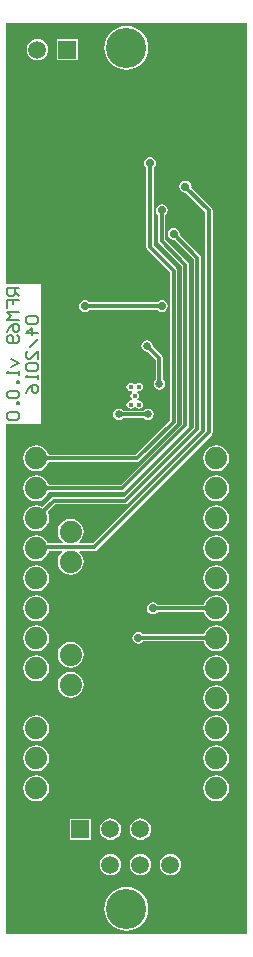
<source format=gbl>
G04 Layer_Physical_Order=2*
G04 Layer_Color=255*
%FSLAX24Y24*%
%MOIN*%
G70*
G01*
G75*
%ADD22C,0.0118*%
%ADD25C,0.0059*%
%ADD26C,0.0740*%
%ADD27R,0.0591X0.0591*%
%ADD28C,0.0591*%
%ADD29C,0.1339*%
%ADD30C,0.0157*%
%ADD31C,0.0276*%
%ADD32C,0.0256*%
G36*
X8146Y121D02*
X121D01*
X121Y17120D01*
X1296D01*
Y21792D01*
X121D01*
X121Y30509D01*
X8146D01*
Y121D01*
D02*
G37*
%LPC*%
G36*
X7126Y7418D02*
X7014Y7403D01*
X6909Y7360D01*
X6819Y7291D01*
X6750Y7201D01*
X6707Y7096D01*
X6692Y6984D01*
X6707Y6872D01*
X6750Y6767D01*
X6819Y6678D01*
X6909Y6609D01*
X7014Y6565D01*
X7126Y6551D01*
X7238Y6565D01*
X7343Y6609D01*
X7433Y6678D01*
X7502Y6767D01*
X7545Y6872D01*
X7560Y6984D01*
X7545Y7096D01*
X7502Y7201D01*
X7433Y7291D01*
X7343Y7360D01*
X7238Y7403D01*
X7126Y7418D01*
D02*
G37*
G36*
Y8418D02*
X7014Y8403D01*
X6909Y8360D01*
X6819Y8291D01*
X6750Y8201D01*
X6707Y8097D01*
X6692Y7984D01*
X6707Y7872D01*
X6750Y7767D01*
X6819Y7678D01*
X6909Y7609D01*
X7014Y7565D01*
X7126Y7551D01*
X7238Y7565D01*
X7343Y7609D01*
X7433Y7678D01*
X7502Y7767D01*
X7545Y7872D01*
X7560Y7984D01*
X7545Y8097D01*
X7502Y8201D01*
X7433Y8291D01*
X7343Y8360D01*
X7238Y8403D01*
X7126Y8418D01*
D02*
G37*
G36*
Y6418D02*
X7014Y6403D01*
X6909Y6360D01*
X6819Y6291D01*
X6750Y6201D01*
X6707Y6097D01*
X6692Y5984D01*
X6707Y5872D01*
X6750Y5767D01*
X6819Y5678D01*
X6909Y5609D01*
X7014Y5565D01*
X7126Y5551D01*
X7238Y5565D01*
X7343Y5609D01*
X7433Y5678D01*
X7502Y5767D01*
X7545Y5872D01*
X7560Y5984D01*
X7545Y6097D01*
X7502Y6201D01*
X7433Y6291D01*
X7343Y6360D01*
X7238Y6403D01*
X7126Y6418D01*
D02*
G37*
G36*
X1126Y7418D02*
X1014Y7403D01*
X909Y7360D01*
X819Y7291D01*
X750Y7201D01*
X707Y7096D01*
X692Y6984D01*
X707Y6872D01*
X750Y6767D01*
X819Y6678D01*
X909Y6609D01*
X1014Y6565D01*
X1126Y6551D01*
X1238Y6565D01*
X1343Y6609D01*
X1433Y6678D01*
X1502Y6767D01*
X1545Y6872D01*
X1560Y6984D01*
X1545Y7096D01*
X1502Y7201D01*
X1433Y7291D01*
X1343Y7360D01*
X1238Y7403D01*
X1126Y7418D01*
D02*
G37*
G36*
X2276Y8868D02*
X2164Y8853D01*
X2059Y8810D01*
X1969Y8741D01*
X1900Y8651D01*
X1857Y8547D01*
X1842Y8434D01*
X1857Y8322D01*
X1900Y8217D01*
X1969Y8128D01*
X2059Y8059D01*
X2164Y8015D01*
X2276Y8001D01*
X2388Y8015D01*
X2493Y8059D01*
X2583Y8128D01*
X2652Y8217D01*
X2695Y8322D01*
X2710Y8434D01*
X2695Y8547D01*
X2652Y8651D01*
X2583Y8741D01*
X2493Y8810D01*
X2388Y8853D01*
X2276Y8868D01*
D02*
G37*
G36*
Y9868D02*
X2164Y9853D01*
X2059Y9810D01*
X1969Y9741D01*
X1900Y9651D01*
X1857Y9546D01*
X1842Y9434D01*
X1857Y9322D01*
X1900Y9217D01*
X1969Y9128D01*
X2059Y9059D01*
X2164Y9015D01*
X2276Y9001D01*
X2388Y9015D01*
X2493Y9059D01*
X2583Y9128D01*
X2652Y9217D01*
X2695Y9322D01*
X2710Y9434D01*
X2695Y9546D01*
X2652Y9651D01*
X2583Y9741D01*
X2493Y9810D01*
X2388Y9853D01*
X2276Y9868D01*
D02*
G37*
G36*
X1126Y10418D02*
X1014Y10403D01*
X909Y10360D01*
X819Y10291D01*
X750Y10201D01*
X707Y10096D01*
X692Y9984D01*
X707Y9872D01*
X750Y9767D01*
X819Y9678D01*
X909Y9609D01*
X1014Y9565D01*
X1126Y9551D01*
X1238Y9565D01*
X1343Y9609D01*
X1433Y9678D01*
X1502Y9767D01*
X1545Y9872D01*
X1560Y9984D01*
X1545Y10096D01*
X1502Y10201D01*
X1433Y10291D01*
X1343Y10360D01*
X1238Y10403D01*
X1126Y10418D01*
D02*
G37*
G36*
Y9418D02*
X1014Y9403D01*
X909Y9360D01*
X819Y9291D01*
X750Y9201D01*
X707Y9097D01*
X692Y8984D01*
X707Y8872D01*
X750Y8767D01*
X819Y8678D01*
X909Y8609D01*
X1014Y8565D01*
X1126Y8551D01*
X1238Y8565D01*
X1343Y8609D01*
X1433Y8678D01*
X1502Y8767D01*
X1545Y8872D01*
X1560Y8984D01*
X1545Y9097D01*
X1502Y9201D01*
X1433Y9291D01*
X1343Y9360D01*
X1238Y9403D01*
X1126Y9418D01*
D02*
G37*
G36*
X7126D02*
X7014Y9403D01*
X6909Y9360D01*
X6819Y9291D01*
X6750Y9201D01*
X6707Y9097D01*
X6692Y8984D01*
X6707Y8872D01*
X6750Y8767D01*
X6819Y8678D01*
X6909Y8609D01*
X7014Y8565D01*
X7126Y8551D01*
X7238Y8565D01*
X7343Y8609D01*
X7433Y8678D01*
X7502Y8767D01*
X7545Y8872D01*
X7560Y8984D01*
X7545Y9097D01*
X7502Y9201D01*
X7433Y9291D01*
X7343Y9360D01*
X7238Y9403D01*
X7126Y9418D01*
D02*
G37*
G36*
X1126Y6418D02*
X1014Y6403D01*
X909Y6360D01*
X819Y6291D01*
X750Y6201D01*
X707Y6097D01*
X692Y5984D01*
X707Y5872D01*
X750Y5767D01*
X819Y5678D01*
X909Y5609D01*
X1014Y5565D01*
X1126Y5551D01*
X1238Y5565D01*
X1343Y5609D01*
X1433Y5678D01*
X1502Y5767D01*
X1545Y5872D01*
X1560Y5984D01*
X1545Y6097D01*
X1502Y6201D01*
X1433Y6291D01*
X1343Y6360D01*
X1238Y6403D01*
X1126Y6418D01*
D02*
G37*
G36*
X4598Y2799D02*
X4506Y2787D01*
X4419Y2751D01*
X4345Y2694D01*
X4288Y2620D01*
X4252Y2534D01*
X4240Y2441D01*
X4252Y2348D01*
X4288Y2262D01*
X4345Y2188D01*
X4419Y2131D01*
X4506Y2095D01*
X4598Y2083D01*
X4691Y2095D01*
X4778Y2131D01*
X4852Y2188D01*
X4909Y2262D01*
X4945Y2348D01*
X4957Y2441D01*
X4945Y2534D01*
X4909Y2620D01*
X4852Y2694D01*
X4778Y2751D01*
X4691Y2787D01*
X4598Y2799D01*
D02*
G37*
G36*
X5598D02*
X5506Y2787D01*
X5419Y2751D01*
X5345Y2694D01*
X5288Y2620D01*
X5252Y2534D01*
X5240Y2441D01*
X5252Y2348D01*
X5288Y2262D01*
X5345Y2188D01*
X5419Y2131D01*
X5506Y2095D01*
X5598Y2083D01*
X5691Y2095D01*
X5778Y2131D01*
X5852Y2188D01*
X5909Y2262D01*
X5945Y2348D01*
X5957Y2441D01*
X5945Y2534D01*
X5909Y2620D01*
X5852Y2694D01*
X5778Y2751D01*
X5691Y2787D01*
X5598Y2799D01*
D02*
G37*
G36*
X4134Y1697D02*
X3991Y1683D01*
X3853Y1642D01*
X3727Y1574D01*
X3616Y1483D01*
X3525Y1372D01*
X3457Y1245D01*
X3415Y1108D01*
X3401Y965D01*
X3415Y822D01*
X3457Y684D01*
X3525Y557D01*
X3616Y446D01*
X3727Y355D01*
X3853Y288D01*
X3991Y246D01*
X4134Y232D01*
X4277Y246D01*
X4414Y288D01*
X4541Y355D01*
X4652Y446D01*
X4743Y557D01*
X4811Y684D01*
X4853Y822D01*
X4867Y965D01*
X4853Y1108D01*
X4811Y1245D01*
X4743Y1372D01*
X4652Y1483D01*
X4541Y1574D01*
X4414Y1642D01*
X4277Y1683D01*
X4134Y1697D01*
D02*
G37*
G36*
X3598Y2799D02*
X3506Y2787D01*
X3419Y2751D01*
X3345Y2694D01*
X3288Y2620D01*
X3252Y2534D01*
X3240Y2441D01*
X3252Y2348D01*
X3288Y2262D01*
X3345Y2188D01*
X3419Y2131D01*
X3506Y2095D01*
X3598Y2083D01*
X3691Y2095D01*
X3778Y2131D01*
X3852Y2188D01*
X3909Y2262D01*
X3945Y2348D01*
X3957Y2441D01*
X3945Y2534D01*
X3909Y2620D01*
X3852Y2694D01*
X3778Y2751D01*
X3691Y2787D01*
X3598Y2799D01*
D02*
G37*
G36*
Y3980D02*
X3506Y3968D01*
X3419Y3932D01*
X3345Y3875D01*
X3288Y3801D01*
X3252Y3715D01*
X3240Y3622D01*
X3252Y3529D01*
X3288Y3443D01*
X3345Y3369D01*
X3419Y3312D01*
X3506Y3276D01*
X3598Y3264D01*
X3691Y3276D01*
X3778Y3312D01*
X3852Y3369D01*
X3909Y3443D01*
X3945Y3529D01*
X3957Y3622D01*
X3945Y3715D01*
X3909Y3801D01*
X3852Y3875D01*
X3778Y3932D01*
X3691Y3968D01*
X3598Y3980D01*
D02*
G37*
G36*
X1126Y5418D02*
X1014Y5403D01*
X909Y5360D01*
X819Y5291D01*
X750Y5201D01*
X707Y5096D01*
X692Y4984D01*
X707Y4872D01*
X750Y4767D01*
X819Y4678D01*
X909Y4609D01*
X1014Y4565D01*
X1126Y4551D01*
X1238Y4565D01*
X1343Y4609D01*
X1433Y4678D01*
X1502Y4767D01*
X1545Y4872D01*
X1560Y4984D01*
X1545Y5096D01*
X1502Y5201D01*
X1433Y5291D01*
X1343Y5360D01*
X1238Y5403D01*
X1126Y5418D01*
D02*
G37*
G36*
X7126D02*
X7014Y5403D01*
X6909Y5360D01*
X6819Y5291D01*
X6750Y5201D01*
X6707Y5096D01*
X6692Y4984D01*
X6707Y4872D01*
X6750Y4767D01*
X6819Y4678D01*
X6909Y4609D01*
X7014Y4565D01*
X7126Y4551D01*
X7238Y4565D01*
X7343Y4609D01*
X7433Y4678D01*
X7502Y4767D01*
X7545Y4872D01*
X7560Y4984D01*
X7545Y5096D01*
X7502Y5201D01*
X7433Y5291D01*
X7343Y5360D01*
X7238Y5403D01*
X7126Y5418D01*
D02*
G37*
G36*
X4598Y3980D02*
X4506Y3968D01*
X4419Y3932D01*
X4345Y3875D01*
X4288Y3801D01*
X4252Y3715D01*
X4240Y3622D01*
X4252Y3529D01*
X4288Y3443D01*
X4345Y3369D01*
X4419Y3312D01*
X4506Y3276D01*
X4598Y3264D01*
X4691Y3276D01*
X4778Y3312D01*
X4852Y3369D01*
X4909Y3443D01*
X4945Y3529D01*
X4957Y3622D01*
X4945Y3715D01*
X4909Y3801D01*
X4852Y3875D01*
X4778Y3932D01*
X4691Y3968D01*
X4598Y3980D01*
D02*
G37*
G36*
X2954Y3977D02*
X2243D01*
Y3267D01*
X2954D01*
Y3977D01*
D02*
G37*
G36*
X4858Y17639D02*
X4785Y17624D01*
X4723Y17583D01*
X4714Y17569D01*
X4019D01*
X4010Y17583D01*
X3948Y17624D01*
X3874Y17639D01*
X3801Y17624D01*
X3739Y17583D01*
X3697Y17521D01*
X3683Y17447D01*
X3697Y17374D01*
X3739Y17312D01*
X3801Y17270D01*
X3874Y17256D01*
X3948Y17270D01*
X4010Y17312D01*
X4019Y17326D01*
X4714D01*
X4723Y17312D01*
X4785Y17270D01*
X4858Y17256D01*
X4932Y17270D01*
X4994Y17312D01*
X5035Y17374D01*
X5050Y17447D01*
X5035Y17521D01*
X4994Y17583D01*
X4932Y17624D01*
X4858Y17639D01*
D02*
G37*
G36*
X4819Y19922D02*
X4746Y19908D01*
X4684Y19866D01*
X4642Y19804D01*
X4627Y19731D01*
X4642Y19657D01*
X4684Y19595D01*
X4746Y19554D01*
X4819Y19539D01*
X4836Y19542D01*
X5115Y19263D01*
Y18610D01*
X5101Y18600D01*
X5059Y18538D01*
X5045Y18465D01*
X5059Y18391D01*
X5101Y18329D01*
X5163Y18288D01*
X5236Y18273D01*
X5310Y18288D01*
X5372Y18329D01*
X5413Y18391D01*
X5428Y18465D01*
X5413Y18538D01*
X5372Y18600D01*
X5358Y18610D01*
Y19314D01*
X5348Y19360D01*
X5322Y19399D01*
X5322Y19399D01*
X5007Y19714D01*
X5011Y19731D01*
X4996Y19804D01*
X4955Y19866D01*
X4892Y19908D01*
X4819Y19922D01*
D02*
G37*
G36*
X4921Y26028D02*
X4844Y26013D01*
X4779Y25969D01*
X4735Y25904D01*
X4720Y25827D01*
X4735Y25750D01*
X4779Y25684D01*
X4800Y25670D01*
Y23031D01*
X4800Y23031D01*
X4809Y22985D01*
X4835Y22946D01*
X5587Y22194D01*
Y17255D01*
X4438Y16106D01*
X1541D01*
X1502Y16201D01*
X1433Y16291D01*
X1343Y16360D01*
X1238Y16403D01*
X1126Y16418D01*
X1014Y16403D01*
X909Y16360D01*
X819Y16291D01*
X750Y16201D01*
X707Y16097D01*
X692Y15984D01*
X707Y15872D01*
X750Y15767D01*
X819Y15678D01*
X909Y15609D01*
X1014Y15565D01*
X1126Y15551D01*
X1238Y15565D01*
X1343Y15609D01*
X1433Y15678D01*
X1502Y15767D01*
X1541Y15863D01*
X4488D01*
X4488Y15863D01*
X4535Y15872D01*
X4574Y15898D01*
X5794Y17119D01*
X5821Y17158D01*
X5830Y17205D01*
X5830Y17205D01*
Y22244D01*
X5821Y22291D01*
X5794Y22330D01*
X5794Y22330D01*
X5043Y23082D01*
Y25670D01*
X5064Y25684D01*
X5108Y25750D01*
X5123Y25827D01*
X5108Y25904D01*
X5064Y25969D01*
X4998Y26013D01*
X4921Y26028D01*
D02*
G37*
G36*
X5315Y24454D02*
X5238Y24438D01*
X5172Y24395D01*
X5129Y24329D01*
X5113Y24252D01*
X5129Y24175D01*
X5172Y24109D01*
X5194Y24095D01*
Y23228D01*
X5194Y23228D01*
X5203Y23182D01*
X5229Y23143D01*
X5981Y22391D01*
Y17137D01*
X3950Y15106D01*
X1541D01*
X1502Y15201D01*
X1433Y15291D01*
X1343Y15360D01*
X1238Y15403D01*
X1126Y15418D01*
X1014Y15403D01*
X909Y15360D01*
X819Y15291D01*
X750Y15201D01*
X707Y15096D01*
X692Y14984D01*
X707Y14872D01*
X750Y14767D01*
X819Y14678D01*
X909Y14609D01*
X1014Y14565D01*
X1126Y14551D01*
X1238Y14565D01*
X1343Y14609D01*
X1433Y14678D01*
X1502Y14767D01*
X1541Y14863D01*
X4000D01*
X4000Y14863D01*
X4046Y14872D01*
X4086Y14898D01*
X6188Y17001D01*
X6188Y17001D01*
X6215Y17040D01*
X6224Y17087D01*
X6224Y17087D01*
Y22441D01*
X6215Y22487D01*
X6188Y22527D01*
X6188Y22527D01*
X5436Y23279D01*
Y24095D01*
X5458Y24109D01*
X5501Y24175D01*
X5517Y24252D01*
X5501Y24329D01*
X5458Y24395D01*
X5392Y24438D01*
X5315Y24454D01*
D02*
G37*
G36*
X7126Y16418D02*
X7014Y16403D01*
X6909Y16360D01*
X6819Y16291D01*
X6750Y16201D01*
X6707Y16097D01*
X6692Y15984D01*
X6707Y15872D01*
X6750Y15767D01*
X6819Y15678D01*
X6909Y15609D01*
X7014Y15565D01*
X7126Y15551D01*
X7238Y15565D01*
X7343Y15609D01*
X7433Y15678D01*
X7502Y15767D01*
X7545Y15872D01*
X7560Y15984D01*
X7545Y16097D01*
X7502Y16201D01*
X7433Y16291D01*
X7343Y16360D01*
X7238Y16403D01*
X7126Y16418D01*
D02*
G37*
G36*
X1165Y29965D02*
X1073Y29952D01*
X986Y29917D01*
X912Y29860D01*
X855Y29785D01*
X819Y29699D01*
X807Y29606D01*
X819Y29514D01*
X855Y29427D01*
X912Y29353D01*
X986Y29296D01*
X1073Y29260D01*
X1165Y29248D01*
X1258Y29260D01*
X1345Y29296D01*
X1419Y29353D01*
X1476Y29427D01*
X1511Y29514D01*
X1524Y29606D01*
X1511Y29699D01*
X1476Y29785D01*
X1419Y29860D01*
X1345Y29917D01*
X1258Y29952D01*
X1165Y29965D01*
D02*
G37*
G36*
X2521Y29962D02*
X1810D01*
Y29251D01*
X2521D01*
Y29962D01*
D02*
G37*
G36*
X4134Y30398D02*
X3991Y30384D01*
X3853Y30342D01*
X3727Y30275D01*
X3616Y30184D01*
X3525Y30072D01*
X3457Y29946D01*
X3415Y29808D01*
X3401Y29665D01*
X3415Y29522D01*
X3457Y29385D01*
X3525Y29258D01*
X3616Y29147D01*
X3727Y29056D01*
X3853Y28988D01*
X3991Y28947D01*
X4134Y28933D01*
X4277Y28947D01*
X4414Y28988D01*
X4541Y29056D01*
X4652Y29147D01*
X4743Y29258D01*
X4811Y29385D01*
X4853Y29522D01*
X4867Y29665D01*
X4853Y29808D01*
X4811Y29946D01*
X4743Y30072D01*
X4652Y30184D01*
X4541Y30275D01*
X4414Y30342D01*
X4277Y30384D01*
X4134Y30398D01*
D02*
G37*
G36*
X4547Y18508D02*
X4493Y18497D01*
X4447Y18466D01*
X4440Y18455D01*
X4379D01*
X4372Y18466D01*
X4326Y18497D01*
X4272Y18508D01*
X4218Y18497D01*
X4172Y18466D01*
X4141Y18420D01*
X4130Y18366D01*
X4141Y18312D01*
X4172Y18266D01*
X4218Y18235D01*
X4272Y18225D01*
X4306Y18232D01*
X4312Y18232D01*
X4331Y18186D01*
X4326Y18182D01*
X4309Y18171D01*
X4279Y18125D01*
X4268Y18071D01*
X4279Y18017D01*
X4309Y17971D01*
X4326Y17960D01*
X4331Y17956D01*
X4312Y17909D01*
X4306Y17910D01*
X4272Y17917D01*
X4218Y17906D01*
X4172Y17876D01*
X4141Y17830D01*
X4130Y17776D01*
X4141Y17721D01*
X4172Y17676D01*
X4218Y17645D01*
X4272Y17634D01*
X4326Y17645D01*
X4372Y17676D01*
X4379Y17687D01*
X4440D01*
X4447Y17676D01*
X4493Y17645D01*
X4547Y17634D01*
X4601Y17645D01*
X4647Y17676D01*
X4678Y17721D01*
X4689Y17776D01*
X4678Y17830D01*
X4647Y17876D01*
X4601Y17906D01*
X4547Y17917D01*
X4513Y17910D01*
X4507Y17909D01*
X4487Y17956D01*
X4493Y17960D01*
X4509Y17971D01*
X4540Y18017D01*
X4551Y18071D01*
X4540Y18125D01*
X4509Y18171D01*
X4493Y18182D01*
X4487Y18186D01*
X4507Y18232D01*
X4513Y18232D01*
X4547Y18225D01*
X4601Y18235D01*
X4647Y18266D01*
X4678Y18312D01*
X4689Y18366D01*
X4678Y18420D01*
X4647Y18466D01*
X4601Y18497D01*
X4547Y18508D01*
D02*
G37*
G36*
X5315Y21265D02*
X5238Y21249D01*
X5172Y21206D01*
X5158Y21184D01*
X2913D01*
X2899Y21206D01*
X2833Y21249D01*
X2756Y21265D01*
X2679Y21249D01*
X2613Y21206D01*
X2570Y21140D01*
X2554Y21063D01*
X2570Y20986D01*
X2613Y20920D01*
X2679Y20877D01*
X2756Y20861D01*
X2833Y20877D01*
X2899Y20920D01*
X2913Y20942D01*
X5158D01*
X5172Y20920D01*
X5238Y20877D01*
X5315Y20861D01*
X5392Y20877D01*
X5458Y20920D01*
X5501Y20986D01*
X5517Y21063D01*
X5501Y21140D01*
X5458Y21206D01*
X5392Y21249D01*
X5315Y21265D01*
D02*
G37*
G36*
X1126Y12418D02*
X1014Y12403D01*
X909Y12360D01*
X819Y12291D01*
X750Y12201D01*
X707Y12097D01*
X692Y11984D01*
X707Y11872D01*
X750Y11767D01*
X819Y11678D01*
X909Y11609D01*
X1014Y11565D01*
X1126Y11551D01*
X1238Y11565D01*
X1343Y11609D01*
X1433Y11678D01*
X1502Y11767D01*
X1545Y11872D01*
X1560Y11984D01*
X1545Y12097D01*
X1502Y12201D01*
X1433Y12291D01*
X1343Y12360D01*
X1238Y12403D01*
X1126Y12418D01*
D02*
G37*
G36*
X7126D02*
X7014Y12403D01*
X6909Y12360D01*
X6819Y12291D01*
X6750Y12201D01*
X6707Y12097D01*
X6692Y11984D01*
X6707Y11872D01*
X6750Y11767D01*
X6819Y11678D01*
X6909Y11609D01*
X7014Y11565D01*
X7126Y11551D01*
X7238Y11565D01*
X7343Y11609D01*
X7433Y11678D01*
X7502Y11767D01*
X7545Y11872D01*
X7560Y11984D01*
X7545Y12097D01*
X7502Y12201D01*
X7433Y12291D01*
X7343Y12360D01*
X7238Y12403D01*
X7126Y12418D01*
D02*
G37*
G36*
Y11418D02*
X7014Y11403D01*
X6909Y11360D01*
X6819Y11291D01*
X6750Y11201D01*
X6711Y11106D01*
X5176D01*
X5162Y11127D01*
X5097Y11171D01*
X5020Y11186D01*
X4943Y11171D01*
X4877Y11127D01*
X4833Y11061D01*
X4818Y10984D01*
X4833Y10907D01*
X4877Y10842D01*
X4943Y10798D01*
X5020Y10783D01*
X5097Y10798D01*
X5162Y10842D01*
X5176Y10863D01*
X6711D01*
X6750Y10767D01*
X6819Y10678D01*
X6909Y10609D01*
X7014Y10565D01*
X7126Y10551D01*
X7238Y10565D01*
X7343Y10609D01*
X7433Y10678D01*
X7502Y10767D01*
X7545Y10872D01*
X7560Y10984D01*
X7545Y11097D01*
X7502Y11201D01*
X7433Y11291D01*
X7343Y11360D01*
X7238Y11403D01*
X7126Y11418D01*
D02*
G37*
G36*
Y10418D02*
X7014Y10403D01*
X6909Y10360D01*
X6819Y10291D01*
X6750Y10201D01*
X6717Y10121D01*
X4684D01*
X4670Y10143D01*
X4605Y10186D01*
X4528Y10202D01*
X4450Y10186D01*
X4385Y10143D01*
X4341Y10077D01*
X4326Y10000D01*
X4341Y9923D01*
X4385Y9857D01*
X4450Y9814D01*
X4528Y9798D01*
X4605Y9814D01*
X4670Y9857D01*
X4684Y9879D01*
X6706D01*
X6707Y9872D01*
X6750Y9767D01*
X6819Y9678D01*
X6909Y9609D01*
X7014Y9565D01*
X7126Y9551D01*
X7238Y9565D01*
X7343Y9609D01*
X7433Y9678D01*
X7502Y9767D01*
X7545Y9872D01*
X7560Y9984D01*
X7545Y10096D01*
X7502Y10201D01*
X7433Y10291D01*
X7343Y10360D01*
X7238Y10403D01*
X7126Y10418D01*
D02*
G37*
G36*
X1126Y11418D02*
X1014Y11403D01*
X909Y11360D01*
X819Y11291D01*
X750Y11201D01*
X707Y11097D01*
X692Y10984D01*
X707Y10872D01*
X750Y10767D01*
X819Y10678D01*
X909Y10609D01*
X1014Y10565D01*
X1126Y10551D01*
X1238Y10565D01*
X1343Y10609D01*
X1433Y10678D01*
X1502Y10767D01*
X1545Y10872D01*
X1560Y10984D01*
X1545Y11097D01*
X1502Y11201D01*
X1433Y11291D01*
X1343Y11360D01*
X1238Y11403D01*
X1126Y11418D01*
D02*
G37*
G36*
X7126Y15418D02*
X7014Y15403D01*
X6909Y15360D01*
X6819Y15291D01*
X6750Y15201D01*
X6707Y15096D01*
X6692Y14984D01*
X6707Y14872D01*
X6750Y14767D01*
X6819Y14678D01*
X6909Y14609D01*
X7014Y14565D01*
X7126Y14551D01*
X7238Y14565D01*
X7343Y14609D01*
X7433Y14678D01*
X7502Y14767D01*
X7545Y14872D01*
X7560Y14984D01*
X7545Y15096D01*
X7502Y15201D01*
X7433Y15291D01*
X7343Y15360D01*
X7238Y15403D01*
X7126Y15418D01*
D02*
G37*
G36*
X5709Y23666D02*
X5631Y23651D01*
X5566Y23607D01*
X5522Y23542D01*
X5507Y23465D01*
X5522Y23387D01*
X5566Y23322D01*
X5631Y23278D01*
X5709Y23263D01*
X5734Y23268D01*
X6375Y22627D01*
Y17019D01*
X4044Y14688D01*
X1709D01*
X1709Y14688D01*
X1662Y14679D01*
X1623Y14653D01*
X1623Y14653D01*
X1334Y14364D01*
X1238Y14403D01*
X1126Y14418D01*
X1014Y14403D01*
X909Y14360D01*
X819Y14291D01*
X750Y14201D01*
X707Y14096D01*
X692Y13984D01*
X707Y13872D01*
X750Y13767D01*
X819Y13678D01*
X909Y13609D01*
X1014Y13565D01*
X1126Y13551D01*
X1238Y13565D01*
X1343Y13609D01*
X1433Y13678D01*
X1502Y13767D01*
X1545Y13872D01*
X1560Y13984D01*
X1545Y14096D01*
X1505Y14192D01*
X1759Y14446D01*
X4094D01*
X4094Y14446D01*
X4141Y14455D01*
X4180Y14481D01*
X6582Y16883D01*
X6608Y16922D01*
X6617Y16968D01*
X6617Y16969D01*
Y22677D01*
X6617Y22677D01*
X6608Y22724D01*
X6582Y22763D01*
X6582Y22763D01*
X5905Y23440D01*
X5910Y23465D01*
X5895Y23542D01*
X5851Y23607D01*
X5786Y23651D01*
X5709Y23666D01*
D02*
G37*
G36*
X7126Y14418D02*
X7014Y14403D01*
X6909Y14360D01*
X6819Y14291D01*
X6750Y14201D01*
X6707Y14096D01*
X6692Y13984D01*
X6707Y13872D01*
X6750Y13767D01*
X6819Y13678D01*
X6909Y13609D01*
X7014Y13565D01*
X7126Y13551D01*
X7238Y13565D01*
X7343Y13609D01*
X7433Y13678D01*
X7502Y13767D01*
X7545Y13872D01*
X7560Y13984D01*
X7545Y14096D01*
X7502Y14201D01*
X7433Y14291D01*
X7343Y14360D01*
X7238Y14403D01*
X7126Y14418D01*
D02*
G37*
G36*
Y13418D02*
X7014Y13403D01*
X6909Y13360D01*
X6819Y13291D01*
X6750Y13201D01*
X6707Y13096D01*
X6692Y12984D01*
X6707Y12872D01*
X6750Y12767D01*
X6819Y12678D01*
X6909Y12609D01*
X7014Y12565D01*
X7126Y12551D01*
X7238Y12565D01*
X7343Y12609D01*
X7433Y12678D01*
X7502Y12767D01*
X7545Y12872D01*
X7560Y12984D01*
X7545Y13096D01*
X7502Y13201D01*
X7433Y13291D01*
X7343Y13360D01*
X7238Y13403D01*
X7126Y13418D01*
D02*
G37*
G36*
X6102Y25241D02*
X6025Y25226D01*
X5960Y25182D01*
X5916Y25117D01*
X5901Y25039D01*
X5916Y24962D01*
X5960Y24897D01*
X6025Y24853D01*
X6102Y24838D01*
X6127Y24843D01*
X6768Y24202D01*
Y16901D01*
X3012Y13145D01*
X2557D01*
X2540Y13195D01*
X2583Y13228D01*
X2652Y13317D01*
X2695Y13422D01*
X2710Y13534D01*
X2695Y13647D01*
X2652Y13751D01*
X2583Y13841D01*
X2493Y13910D01*
X2388Y13953D01*
X2276Y13968D01*
X2164Y13953D01*
X2059Y13910D01*
X1969Y13841D01*
X1900Y13751D01*
X1857Y13647D01*
X1842Y13534D01*
X1857Y13422D01*
X1900Y13317D01*
X1969Y13228D01*
X2012Y13195D01*
X1995Y13145D01*
X1525D01*
X1502Y13201D01*
X1433Y13291D01*
X1343Y13360D01*
X1238Y13403D01*
X1126Y13418D01*
X1014Y13403D01*
X909Y13360D01*
X819Y13291D01*
X750Y13201D01*
X707Y13096D01*
X692Y12984D01*
X707Y12872D01*
X750Y12767D01*
X819Y12678D01*
X909Y12609D01*
X1014Y12565D01*
X1126Y12551D01*
X1238Y12565D01*
X1343Y12609D01*
X1433Y12678D01*
X1502Y12767D01*
X1545Y12872D01*
X1549Y12902D01*
X1971D01*
X1987Y12855D01*
X1969Y12841D01*
X1900Y12751D01*
X1857Y12646D01*
X1842Y12534D01*
X1857Y12422D01*
X1900Y12317D01*
X1969Y12228D01*
X2059Y12159D01*
X2164Y12115D01*
X2276Y12101D01*
X2388Y12115D01*
X2493Y12159D01*
X2583Y12228D01*
X2652Y12317D01*
X2695Y12422D01*
X2710Y12534D01*
X2695Y12646D01*
X2652Y12751D01*
X2583Y12841D01*
X2565Y12855D01*
X2581Y12902D01*
X3063D01*
X3063Y12902D01*
X3109Y12911D01*
X3149Y12937D01*
X6976Y16765D01*
X6976Y16765D01*
X7002Y16804D01*
X7011Y16850D01*
Y24252D01*
X7011Y24252D01*
X7002Y24298D01*
X6976Y24338D01*
X6976Y24338D01*
X6299Y25014D01*
X6304Y25039D01*
X6289Y25117D01*
X6245Y25182D01*
X6180Y25226D01*
X6102Y25241D01*
D02*
G37*
%LPD*%
D22*
X2756Y21063D02*
X5315D01*
X6890Y16850D02*
Y24252D01*
X3063Y13023D02*
X6890Y16850D01*
X1126Y13023D02*
X3063D01*
X6496Y16968D02*
Y22677D01*
X4094Y14567D02*
X6496Y16968D01*
X1709Y14567D02*
X4094D01*
X6102Y17087D02*
Y22441D01*
X4000Y14984D02*
X6102Y17087D01*
X1126Y14984D02*
X4000D01*
X5709Y17205D02*
Y22244D01*
X4488Y15984D02*
X5709Y17205D01*
X1126Y15984D02*
X4488D01*
X4921Y23031D02*
X5709Y22244D01*
X4921Y23031D02*
Y25827D01*
X5315Y23228D02*
X6102Y22441D01*
X5315Y23228D02*
Y24252D01*
X5709Y23465D02*
X6496Y22677D01*
X6102Y25039D02*
X6890Y24252D01*
X1126Y12984D02*
Y13023D01*
Y13984D02*
X1709Y14567D01*
X5020Y10984D02*
X7126D01*
X7110Y10000D02*
X7126Y9984D01*
X4528Y10000D02*
X7110D01*
X4819Y19731D02*
X5236Y19314D01*
Y18465D02*
Y19314D01*
X3874Y17447D02*
X4858D01*
D25*
X563Y21654D02*
X170D01*
Y21457D01*
X235Y21391D01*
X367D01*
X432Y21457D01*
Y21654D01*
Y21522D02*
X563Y21391D01*
X170Y20998D02*
Y21260D01*
X367D01*
Y21129D01*
Y21260D01*
X563D01*
Y20867D02*
X170D01*
X301Y20735D01*
X170Y20604D01*
X563D01*
X170Y20211D02*
X235Y20342D01*
X367Y20473D01*
X498D01*
X563Y20407D01*
Y20276D01*
X498Y20211D01*
X432D01*
X367Y20276D01*
Y20473D01*
X498Y20079D02*
X563Y20014D01*
Y19883D01*
X498Y19817D01*
X235D01*
X170Y19883D01*
Y20014D01*
X235Y20079D01*
X301D01*
X367Y20014D01*
Y19817D01*
X301Y19292D02*
X563Y19161D01*
X301Y19030D01*
X563Y18899D02*
Y18767D01*
Y18833D01*
X170D01*
X235Y18899D01*
X563Y18571D02*
X498D01*
Y18505D01*
X563D01*
Y18571D01*
X235Y18243D02*
X170Y18177D01*
Y18046D01*
X235Y17980D01*
X498D01*
X563Y18046D01*
Y18177D01*
X498Y18243D01*
X235D01*
X563Y17849D02*
X498D01*
Y17784D01*
X563D01*
Y17849D01*
X235Y17521D02*
X170Y17456D01*
Y17324D01*
X235Y17259D01*
X498D01*
X563Y17324D01*
Y17456D01*
X498Y17521D01*
X235D01*
X849Y20735D02*
X784Y20670D01*
Y20539D01*
X849Y20473D01*
X1112D01*
X1177Y20539D01*
Y20670D01*
X1112Y20735D01*
X849D01*
X1177Y20145D02*
X784D01*
X981Y20342D01*
Y20079D01*
X1177Y19948D02*
X915Y19686D01*
X1177Y19292D02*
Y19555D01*
X915Y19292D01*
X849D01*
X784Y19358D01*
Y19489D01*
X849Y19555D01*
Y19161D02*
X784Y19095D01*
Y18964D01*
X849Y18899D01*
X1112D01*
X1177Y18964D01*
Y19095D01*
X1112Y19161D01*
X849D01*
X1177Y18767D02*
Y18636D01*
Y18702D01*
X784D01*
X849Y18767D01*
X784Y18177D02*
X849Y18308D01*
X981Y18439D01*
X1112D01*
X1177Y18374D01*
Y18243D01*
X1112Y18177D01*
X1046D01*
X981Y18243D01*
Y18439D01*
D26*
X7126Y15984D02*
D03*
Y14984D02*
D03*
Y13984D02*
D03*
Y12984D02*
D03*
Y11984D02*
D03*
Y10984D02*
D03*
Y9984D02*
D03*
Y8984D02*
D03*
Y7984D02*
D03*
Y6984D02*
D03*
Y5984D02*
D03*
Y4984D02*
D03*
X1126D02*
D03*
Y5984D02*
D03*
Y6984D02*
D03*
Y7984D02*
D03*
Y8984D02*
D03*
Y9984D02*
D03*
Y10984D02*
D03*
Y11984D02*
D03*
Y12984D02*
D03*
Y13984D02*
D03*
Y14984D02*
D03*
Y15984D02*
D03*
X2276Y13534D02*
D03*
Y12534D02*
D03*
Y9434D02*
D03*
Y8434D02*
D03*
D27*
X2598Y2441D02*
D03*
X2165Y29606D02*
D03*
X2598Y3622D02*
D03*
D28*
X3598Y2441D02*
D03*
X4598D02*
D03*
X5598D02*
D03*
X1165Y29606D02*
D03*
X3598Y3622D02*
D03*
X4598D02*
D03*
X5598D02*
D03*
D29*
X4134Y965D02*
D03*
Y29665D02*
D03*
D30*
X4547Y18366D02*
D03*
Y17776D02*
D03*
X4272D02*
D03*
Y18366D02*
D03*
X4409Y18071D02*
D03*
D31*
X2756Y21063D02*
D03*
X5315D02*
D03*
X3898Y20039D02*
D03*
X4055Y20236D02*
D03*
X3740D02*
D03*
X2746Y7234D02*
D03*
X3622Y5315D02*
D03*
X2598D02*
D03*
X5709Y23465D02*
D03*
X5315Y24252D02*
D03*
X6102Y25039D02*
D03*
X4921Y25827D02*
D03*
X4528Y10000D02*
D03*
X5020Y10984D02*
D03*
D32*
X4819Y19731D02*
D03*
X5236Y18465D02*
D03*
X4858Y17447D02*
D03*
X3874D02*
D03*
M02*

</source>
